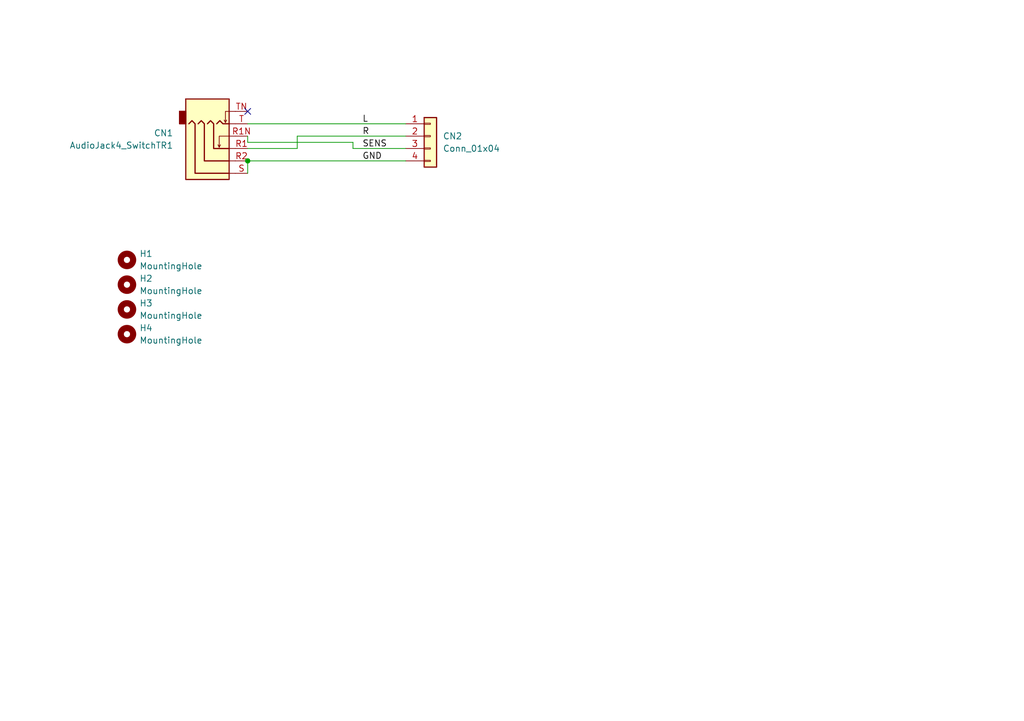
<source format=kicad_sch>
(kicad_sch (version 20211123) (generator eeschema)
  (paper "A5")
  (lib_symbols
    (symbol "Connector:AudioJack4_SwitchTR1"
      (property "Reference" "J" (at 0 11.43 0))
      (property "Value" "AudioJack4_SwitchTR1" (at 0 8.89 0))
      (symbol "AudioJack4_SwitchTR1_0_1"
        (rectangle (start -7.62 -5.08) (end -8.89 -7.62) (stroke (width 0.254)) (fill (type outline)))
        (polyline (pts (xy 1.27 -5.08) (xy 2.54 -5.08)))
        (polyline (pts (xy 1.27 2.54) (xy 2.54 2.54)))
        (polyline (pts (xy 2.54 0) (xy 1.27 0)))
        (polyline (pts (xy 2.54 5.08) (xy 1.27 5.08)))
        (rectangle (start 1.27 6.35) (end -7.62 -10.16) (stroke (width 0.254)) (fill (type background)))
      )
      (symbol "AudioJack4_SwitchTR1_1_1"
        (polyline (pts (xy -0.762 -0.254) (xy -0.508 -0.762)))
        (polyline (pts (xy 0.508 -5.334) (xy 0.762 -5.842)))
        (polyline (pts (xy -1.27 -5.08) (xy -0.635 -5.715) (xy 0 -5.08) (xy 1.27 -5.08)) (stroke (width 0.254)))
        (polyline (pts (xy 2.54 -7.62) (xy 0.508 -7.62) (xy 0.508 -5.334) (xy 0.254 -5.842)))
        (polyline (pts (xy 2.54 -2.54) (xy -0.762 -2.54) (xy -0.762 -0.254) (xy -1.016 -0.762)))
        (polyline (pts (xy -3.175 -5.08) (xy -2.54 -5.715) (xy -1.905 -5.08) (xy -1.905 0) (xy 1.27 0)) (stroke (width 0.254)))
        (polyline (pts (xy 1.27 2.54) (xy -3.81 2.54) (xy -3.81 -5.08) (xy -4.445 -5.715) (xy -5.08 -5.08)) (stroke (width 0.254)))
        (polyline (pts (xy 1.27 5.08) (xy -5.715 5.08) (xy -5.715 -5.08) (xy -6.35 -5.715) (xy -6.985 -5.08)) (stroke (width 0.254)))
        (pin passive line (at 5.08 0 180) (length 2.54) (name "~") (number "R1"))
        (pin passive line (at 5.08 -2.54 180) (length 2.54) (name "~") (number "R1N"))
        (pin passive line (at 5.08 2.54 180) (length 2.54) (name "~") (number "R2"))
        (pin passive line (at 5.08 5.08 180) (length 2.54) (name "~") (number "S"))
        (pin passive line (at 5.08 -5.08 180) (length 2.54) (name "~") (number "T"))
        (pin passive line (at 5.08 -7.62 180) (length 2.54) (name "~") (number "TN"))
      )
    )
    (symbol "Connector_Generic:Conn_01x04" (pin_names (offset 1.016) hide)
      (property "Reference" "J" (at 0 5.08 0))
      (property "Value" "Conn_01x04" (at 0 -7.62 0))
      (symbol "Conn_01x04_1_1"
        (rectangle (start -1.27 -4.953) (end 0 -5.207) (stroke (width 0.1524)))
        (rectangle (start -1.27 -2.413) (end 0 -2.667) (stroke (width 0.1524)))
        (rectangle (start -1.27 0.127) (end 0 -0.127) (stroke (width 0.1524)))
        (rectangle (start -1.27 2.667) (end 0 2.413) (stroke (width 0.1524)))
        (rectangle (start -1.27 3.81) (end 1.27 -6.35) (stroke (width 0.254)) (fill (type background)))
        (pin passive line (at -5.08 2.54 0) (length 3.81) (name "Pin_1") (number "1"))
        (pin passive line (at -5.08 0 0) (length 3.81) (name "Pin_2") (number "2"))
        (pin passive line (at -5.08 -2.54 0) (length 3.81) (name "Pin_3") (number "3"))
        (pin passive line (at -5.08 -5.08 0) (length 3.81) (name "Pin_4") (number "4"))
      )
    )
    (symbol "Mechanical:MountingHole" (pin_names (offset 1.016))
      (property "Reference" "H" (at 0 5.08 0))
      (property "Value" "MountingHole" (at 0 3.175 0))
      (symbol "MountingHole_0_1"
        (circle (center 0 0) (radius 1.27) (stroke (width 1.27)))
      )
    )
  )
  (junction (at 50.8 33.02))
  (no_connect (at 50.8 22.86))
  (wire (pts (xy 50.8 33.02) (xy 83.185 33.02)))
  (wire (pts (xy 50.8 33.02) (xy 50.8 35.56)))
  (wire (pts (xy 60.96 27.94) (xy 60.96 30.48)))
  (wire (pts (xy 72.39 30.48) (xy 72.39 29.21)))
  (wire (pts (xy 72.39 30.48) (xy 83.185 30.48)))
  (wire (pts (xy 72.39 29.21) (xy 50.8 29.21)))
  (wire (pts (xy 50.8 29.21) (xy 50.8 27.94)))
  (wire (pts (xy 60.96 30.48) (xy 50.8 30.48)))
  (wire (pts (xy 60.96 27.94) (xy 83.185 27.94)))
  (wire (pts (xy 50.8 25.4) (xy 83.185 25.4)))
  (label "SENS" (at 74.295 30.48 0))
  (label "GND" (at 74.295 33.02 0))
  (label "R" (at 74.295 27.94 0))
  (label "L" (at 74.295 25.4 0))
  (symbol (lib_id "Mechanical:MountingHole") (at 26.035 53.34 0) (unit 1)
    (property "Reference" "H1" (at 28.575 52.0699 0) (effects (justify left)))
    (property "Value" "MountingHole" (at 28.575 54.6099 0) (effects (justify left)))
    (property "Footprint" "MountingHole:MountingHole_3.5mm" (effects hide))
  )
  (symbol (lib_id "Connector_Generic:Conn_01x04") (at 88.265 27.94 0) (unit 1)
    (property "Reference" "CN2" (at 90.805 27.9399 0) (effects (justify left)))
    (property "Value" "Conn_01x04" (at 90.805 30.4799 0) (effects (justify left)))
    (property "Footprint" "Connector_JST:JST_XH_S4B-XH-A_1x04_P2.50mm_Horizontal" (effects hide))
  )
  (symbol (lib_id "Mechanical:MountingHole") (at 26.035 58.42 0) (unit 1)
    (property "Reference" "H2" (at 28.575 57.1499 0) (effects (justify left)))
    (property "Value" "MountingHole" (at 28.575 59.6899 0) (effects (justify left)))
    (property "Footprint" "MountingHole:MountingHole_3.5mm" (effects hide))
  )
  (symbol (lib_id "Connector:AudioJack4_SwitchTR1") (at 45.72 30.48 0) (mirror x) (unit 1)
    (property "Reference" "CN1" (at 35.56 27.3049 0) (effects (justify right)))
    (property "Value" "AudioJack4_SwitchTR1" (at 35.56 29.8449 0) (effects (justify right)))
    (property "Footprint" "SDVX-aux-board:PJ-3910-7A" (effects hide))
  )
  (symbol (lib_id "Mechanical:MountingHole") (at 26.035 63.5 0) (unit 1)
    (property "Reference" "H3" (at 28.575 62.2299 0) (effects (justify left)))
    (property "Value" "MountingHole" (at 28.575 64.7699 0) (effects (justify left)))
    (property "Footprint" "MountingHole:MountingHole_3.5mm" (effects hide))
  )
  (symbol (lib_id "Mechanical:MountingHole") (at 26.035 68.58 0) (unit 1)
    (property "Reference" "H4" (at 28.575 67.3099 0) (effects (justify left)))
    (property "Value" "MountingHole" (at 28.575 69.8499 0) (effects (justify left)))
    (property "Footprint" "MountingHole:MountingHole_3.5mm" (effects hide))
  )
)
</source>
